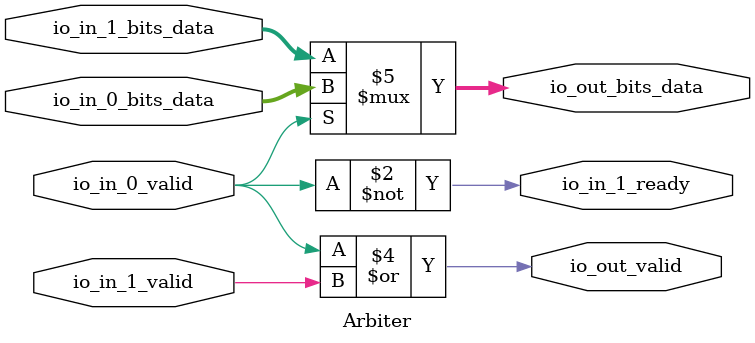
<source format=v>
module Arbiter(
  input         io_in_0_valid,
  input  [31:0] io_in_0_bits_data,
  output        io_in_1_ready,
  input         io_in_1_valid,
  input  [31:0] io_in_1_bits_data,
  output        io_out_valid,
  output [31:0] io_out_bits_data
);
  wire  grant_1 = ~io_in_0_valid; // @[Arbiter.scala 45:78]
  assign io_in_1_ready = ~io_in_0_valid; // @[Arbiter.scala 45:78]
  assign io_out_valid = ~grant_1 | io_in_1_valid; // @[Arbiter.scala 147:31]
  assign io_out_bits_data = io_in_0_valid ? io_in_0_bits_data : io_in_1_bits_data; // @[Arbiter.scala 136:15 138:26 140:19]
endmodule

</source>
